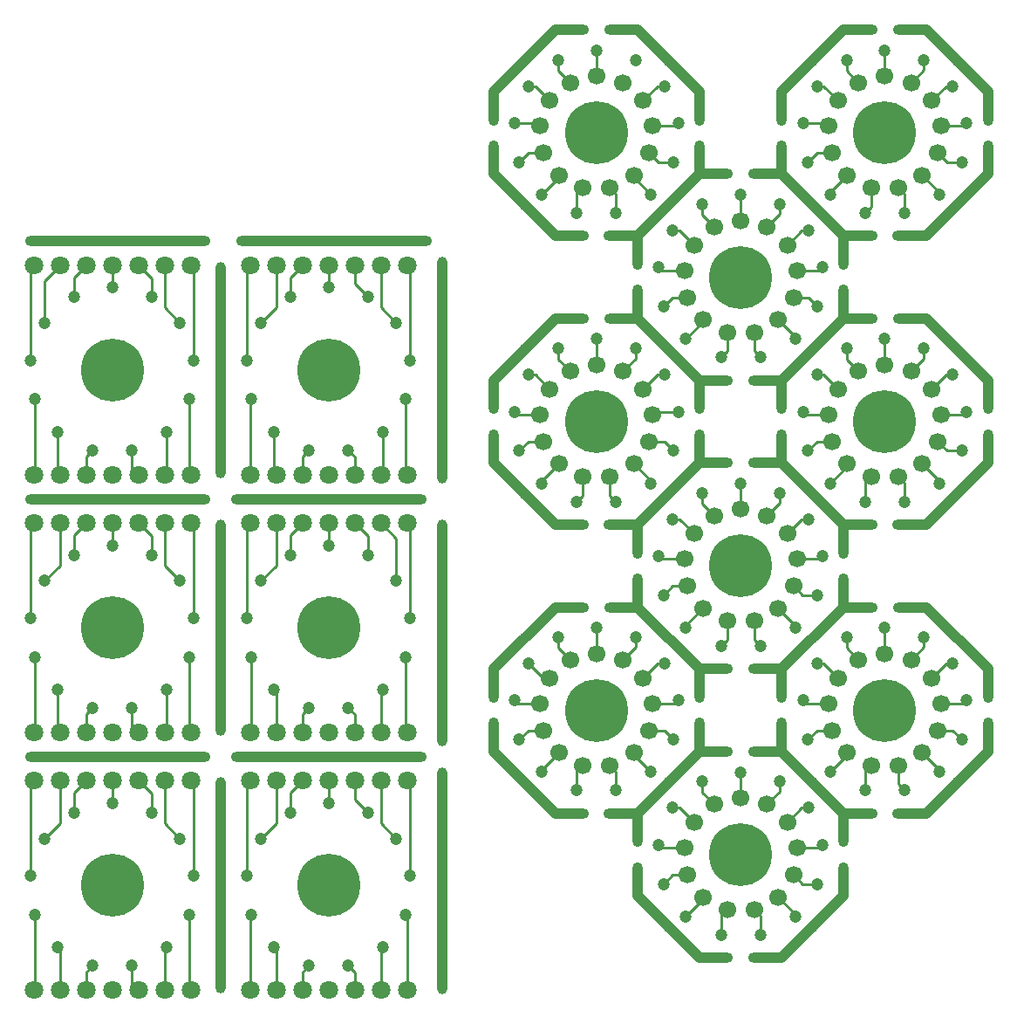
<source format=gbr>
G04 #@! TF.GenerationSoftware,KiCad,Pcbnew,(2018-01-14 revision 63e55e918)-makepkg*
G04 #@! TF.CreationDate,2018-02-22T22:40:35+00:00*
G04 #@! TF.ProjectId,Test nixie bearing,54657374206E69786965206265617269,rev?*
G04 #@! TF.SameCoordinates,Original*
G04 #@! TF.FileFunction,Copper,L1,Top,Signal*
G04 #@! TF.FilePolarity,Positive*
%FSLAX46Y46*%
G04 Gerber Fmt 4.6, Leading zero omitted, Abs format (unit mm)*
G04 Created by KiCad (PCBNEW (2018-01-14 revision 63e55e918)-makepkg) date 02/22/18 22:40:35*
%MOMM*%
%LPD*%
G01*
G04 APERTURE LIST*
%ADD10O,1.000000X22.000000*%
%ADD11C,6.100000*%
%ADD12C,1.200000*%
%ADD13C,1.800000*%
%ADD14O,1.000000X3.750000*%
%ADD15O,3.750000X1.000000*%
%ADD16C,1.000000*%
%ADD17C,1.000000*%
%ADD18O,18.000000X1.000000*%
%ADD19C,1.700000*%
%ADD20O,1.000000X21.000000*%
%ADD21O,19.000000X1.000000*%
%ADD22C,0.250000*%
G04 APERTURE END LIST*
D10*
X84000000Y-130500000D03*
D11*
X73000000Y-131000000D03*
D12*
X73000000Y-123000000D03*
X76810000Y-123916352D03*
X79583870Y-126455483D03*
X80941670Y-130035707D03*
X69282215Y-123916352D03*
X78304981Y-136988085D03*
X66416130Y-126455483D03*
X67695019Y-136988085D03*
X80480129Y-133836839D03*
X65058330Y-130035707D03*
X71085475Y-138767534D03*
X65519871Y-133836839D03*
X74914525Y-138767534D03*
D13*
X73000000Y-120840000D03*
X75540000Y-120840000D03*
X78080000Y-120840000D03*
X80620000Y-120840000D03*
X67920000Y-120840000D03*
X70460000Y-120840000D03*
X65380000Y-120840000D03*
X80620000Y-141160000D03*
X78080000Y-141160000D03*
X75540000Y-141160000D03*
X70460000Y-141160000D03*
X67920000Y-141160000D03*
X65380000Y-141160000D03*
X73000000Y-141160000D03*
D14*
X89000000Y-116600000D03*
X89000000Y-111400000D03*
X109000000Y-111400000D03*
X109000000Y-116600000D03*
D15*
X101600000Y-124000000D03*
X96400000Y-124000000D03*
X96400000Y-104000000D03*
X101650000Y-104000000D03*
D16*
X92000000Y-107000000D03*
D17*
X94999901Y-104000099D02*
X89000099Y-109999901D01*
D18*
X52500000Y-68500000D03*
D16*
X92000000Y-121000000D03*
D17*
X89000099Y-118000099D02*
X94999901Y-123999901D01*
D16*
X106000000Y-107000000D03*
D17*
X103000099Y-104000099D02*
X108999901Y-109999901D01*
D12*
X100914525Y-121767534D03*
X91519871Y-116836839D03*
X97085475Y-121767534D03*
X91058330Y-113035707D03*
X106480129Y-116836839D03*
X93695019Y-119988085D03*
X92416130Y-109455483D03*
X104304981Y-119988085D03*
X95282215Y-106916352D03*
X106941670Y-113035707D03*
X105583870Y-109455483D03*
X102810000Y-106916352D03*
X99000000Y-106000000D03*
D11*
X99000000Y-114000000D03*
D19*
X99000000Y-108500000D03*
X101560000Y-109130000D03*
X103530000Y-110870000D03*
X104460000Y-113330000D03*
X104140000Y-115940000D03*
X102640000Y-118110000D03*
X100310000Y-119340000D03*
X97680000Y-119340000D03*
X95350000Y-118110000D03*
X93860000Y-115940000D03*
X93540000Y-113330000D03*
X94470000Y-110870000D03*
X96440000Y-109130000D03*
D14*
X103000000Y-130600000D03*
X103000000Y-125400000D03*
X123000000Y-125400000D03*
X123000000Y-130600000D03*
D15*
X115600000Y-138000000D03*
X110400000Y-138000000D03*
X110400000Y-118000000D03*
X115650000Y-118000000D03*
D16*
X106000000Y-121000000D03*
D17*
X108999901Y-118000099D02*
X103000099Y-123999901D01*
D16*
X120000000Y-135000000D03*
D17*
X122999901Y-132000099D02*
X117000099Y-137999901D01*
D16*
X106000000Y-135000000D03*
D17*
X103000099Y-132000099D02*
X108999901Y-137999901D01*
D20*
X62500000Y-106000000D03*
D12*
X114914525Y-135767534D03*
X105519871Y-130836839D03*
X111085475Y-135767534D03*
X105058330Y-127035707D03*
X120480129Y-130836839D03*
X107695019Y-133988085D03*
X106416130Y-123455483D03*
X118304981Y-133988085D03*
X109282215Y-120916352D03*
X120941670Y-127035707D03*
X119583870Y-123455483D03*
X116810000Y-120916352D03*
X113000000Y-120000000D03*
D11*
X113000000Y-128000000D03*
D19*
X113000000Y-122500000D03*
X115560000Y-123130000D03*
X117530000Y-124870000D03*
X118460000Y-127330000D03*
X118140000Y-129940000D03*
X116640000Y-132110000D03*
X114310000Y-133340000D03*
X111680000Y-133340000D03*
X109350000Y-132110000D03*
X107860000Y-129940000D03*
X107540000Y-127330000D03*
X108470000Y-124870000D03*
X110440000Y-123130000D03*
D14*
X117000000Y-116600000D03*
X117000000Y-111400000D03*
X137000000Y-111400000D03*
X137000000Y-116600000D03*
D15*
X129600000Y-124000000D03*
X124400000Y-124000000D03*
X124400000Y-104000000D03*
X129650000Y-104000000D03*
D16*
X120000000Y-107000000D03*
D17*
X122999901Y-104000099D02*
X117000099Y-109999901D01*
D16*
X134000000Y-121000000D03*
D17*
X136999901Y-118000099D02*
X131000099Y-123999901D01*
D16*
X120000000Y-121000000D03*
D17*
X117000099Y-118000099D02*
X122999901Y-123999901D01*
D16*
X134000000Y-107000000D03*
D17*
X131000099Y-104000099D02*
X136999901Y-109999901D01*
D12*
X128914525Y-121767534D03*
X119519871Y-116836839D03*
X125085475Y-121767534D03*
X119058330Y-113035707D03*
X134480129Y-116836839D03*
X121695019Y-119988085D03*
X120416130Y-109455483D03*
X132304981Y-119988085D03*
X123282215Y-106916352D03*
X134941670Y-113035707D03*
X133583870Y-109455483D03*
X130810000Y-106916352D03*
X127000000Y-106000000D03*
D11*
X127000000Y-114000000D03*
D19*
X127000000Y-108500000D03*
X129560000Y-109130000D03*
X131530000Y-110870000D03*
X132460000Y-113330000D03*
X132140000Y-115940000D03*
X130640000Y-118110000D03*
X128310000Y-119340000D03*
X125680000Y-119340000D03*
X123350000Y-118110000D03*
X121860000Y-115940000D03*
X121540000Y-113330000D03*
X122470000Y-110870000D03*
X124440000Y-109130000D03*
D13*
X52000000Y-141160000D03*
X44380000Y-141160000D03*
X46920000Y-141160000D03*
X49460000Y-141160000D03*
X54540000Y-141160000D03*
X57080000Y-141160000D03*
X59620000Y-141160000D03*
X44380000Y-120840000D03*
X49460000Y-120840000D03*
X46920000Y-120840000D03*
X59620000Y-120840000D03*
X57080000Y-120840000D03*
X54540000Y-120840000D03*
X52000000Y-120840000D03*
D12*
X53914525Y-138767534D03*
X44519871Y-133836839D03*
X50085475Y-138767534D03*
X44058330Y-130035707D03*
X59480129Y-133836839D03*
X46695019Y-136988085D03*
X45416130Y-126455483D03*
X57304981Y-136988085D03*
X48282215Y-123916352D03*
X59941670Y-130035707D03*
X58583870Y-126455483D03*
X55810000Y-123916352D03*
X52000000Y-123000000D03*
D11*
X52000000Y-131000000D03*
D14*
X103000000Y-102600000D03*
X103000000Y-97400000D03*
X123000000Y-97400000D03*
X123000000Y-102600000D03*
D15*
X115600000Y-110000000D03*
X110400000Y-110000000D03*
X110400000Y-90000000D03*
X115650000Y-90000000D03*
D18*
X52500000Y-118500000D03*
X52500000Y-93500000D03*
D21*
X73000000Y-93500000D03*
X73500000Y-68500000D03*
D12*
X114914525Y-107767534D03*
X105519871Y-102836839D03*
X111085475Y-107767534D03*
X105058330Y-99035707D03*
X120480129Y-102836839D03*
X107695019Y-105988085D03*
X106416130Y-95455483D03*
X118304981Y-105988085D03*
X109282215Y-92916352D03*
X120941670Y-99035707D03*
X119583870Y-95455483D03*
X116810000Y-92916352D03*
X113000000Y-92000000D03*
D11*
X113000000Y-100000000D03*
D19*
X113000000Y-94500000D03*
X115560000Y-95130000D03*
X117530000Y-96870000D03*
X118460000Y-99330000D03*
X118140000Y-101940000D03*
X116640000Y-104110000D03*
X114310000Y-105340000D03*
X111680000Y-105340000D03*
X109350000Y-104110000D03*
X107860000Y-101940000D03*
X107540000Y-99330000D03*
X108470000Y-96870000D03*
X110440000Y-95130000D03*
D14*
X117000000Y-88600000D03*
X117000000Y-83400000D03*
X137000000Y-83400000D03*
X137000000Y-88600000D03*
D15*
X129600000Y-96000000D03*
X124400000Y-96000000D03*
X124400000Y-76000000D03*
X129650000Y-76000000D03*
D20*
X62500000Y-131000000D03*
D16*
X134000000Y-93000000D03*
D17*
X136999901Y-90000099D02*
X131000099Y-95999901D01*
D16*
X120000000Y-93000000D03*
D17*
X117000099Y-90000099D02*
X122999901Y-95999901D01*
D16*
X134000000Y-79000000D03*
D17*
X131000099Y-76000099D02*
X136999901Y-81999901D01*
D12*
X128914525Y-93767534D03*
X119519871Y-88836839D03*
X125085475Y-93767534D03*
X119058330Y-85035707D03*
X134480129Y-88836839D03*
X121695019Y-91988085D03*
X120416130Y-81455483D03*
X132304981Y-91988085D03*
X123282215Y-78916352D03*
X134941670Y-85035707D03*
X133583870Y-81455483D03*
X130810000Y-78916352D03*
X127000000Y-78000000D03*
D11*
X127000000Y-86000000D03*
D19*
X127000000Y-80500000D03*
X129560000Y-81130000D03*
X131530000Y-82870000D03*
X132460000Y-85330000D03*
X132140000Y-87940000D03*
X130640000Y-90110000D03*
X128310000Y-91340000D03*
X125680000Y-91340000D03*
X123350000Y-90110000D03*
X121860000Y-87940000D03*
X121540000Y-85330000D03*
X122470000Y-82870000D03*
X124440000Y-81130000D03*
D14*
X89000000Y-88600000D03*
X89000000Y-83400000D03*
X109000000Y-83400000D03*
X109000000Y-88600000D03*
D15*
X101600000Y-96000000D03*
X96400000Y-96000000D03*
X96400000Y-76000000D03*
X101650000Y-76000000D03*
D16*
X92000000Y-79000000D03*
D17*
X94999901Y-76000099D02*
X89000099Y-81999901D01*
D16*
X106000000Y-93000000D03*
D17*
X108999901Y-90000099D02*
X103000099Y-95999901D01*
D16*
X92000000Y-93000000D03*
D17*
X89000099Y-90000099D02*
X94999901Y-95999901D01*
D10*
X84000000Y-81000000D03*
D12*
X100914525Y-93767534D03*
X91519871Y-88836839D03*
X97085475Y-93767534D03*
X91058330Y-85035707D03*
X106480129Y-88836839D03*
X93695019Y-91988085D03*
X92416130Y-81455483D03*
X104304981Y-91988085D03*
X95282215Y-78916352D03*
X106941670Y-85035707D03*
X105583870Y-81455483D03*
X102810000Y-78916352D03*
X99000000Y-78000000D03*
D11*
X99000000Y-86000000D03*
D19*
X99000000Y-80500000D03*
X101560000Y-81130000D03*
X103530000Y-82870000D03*
X104460000Y-85330000D03*
X104140000Y-87940000D03*
X102640000Y-90110000D03*
X100310000Y-91340000D03*
X97680000Y-91340000D03*
X95350000Y-90110000D03*
X93860000Y-87940000D03*
X93540000Y-85330000D03*
X94470000Y-82870000D03*
X96440000Y-81130000D03*
D14*
X103000000Y-74600000D03*
X103000000Y-69400000D03*
X123000000Y-69400000D03*
X123000000Y-74600000D03*
D15*
X115600000Y-82000000D03*
X110400000Y-82000000D03*
X110400000Y-62000000D03*
X115650000Y-62000000D03*
D20*
X62500000Y-81000000D03*
D16*
X120000000Y-79000000D03*
D17*
X122999901Y-76000099D02*
X117000099Y-81999901D01*
D16*
X106000000Y-79000000D03*
D17*
X103000099Y-76000099D02*
X108999901Y-81999901D01*
D21*
X73000000Y-118500000D03*
D12*
X114914525Y-79767534D03*
X105519871Y-74836839D03*
X111085475Y-79767534D03*
X105058330Y-71035707D03*
X120480129Y-74836839D03*
X107695019Y-77988085D03*
X106416130Y-67455483D03*
X118304981Y-77988085D03*
X109282215Y-64916352D03*
X120941670Y-71035707D03*
X119583870Y-67455483D03*
X116810000Y-64916352D03*
X113000000Y-64000000D03*
D11*
X113000000Y-72000000D03*
D19*
X113000000Y-66500000D03*
X115560000Y-67130000D03*
X117530000Y-68870000D03*
X118460000Y-71330000D03*
X118140000Y-73940000D03*
X116640000Y-76110000D03*
X114310000Y-77340000D03*
X111680000Y-77340000D03*
X109350000Y-76110000D03*
X107860000Y-73940000D03*
X107540000Y-71330000D03*
X108470000Y-68870000D03*
X110440000Y-67130000D03*
D14*
X117000000Y-60600000D03*
X117000000Y-55400000D03*
X137000000Y-55400000D03*
X137000000Y-60600000D03*
D15*
X129600000Y-68000000D03*
X124400000Y-68000000D03*
X124400000Y-48000000D03*
X129650000Y-48000000D03*
D16*
X120000000Y-51000000D03*
D17*
X122999901Y-48000099D02*
X117000099Y-53999901D01*
D16*
X134000000Y-65000000D03*
D17*
X136999901Y-62000099D02*
X131000099Y-67999901D01*
D16*
X120000000Y-65000000D03*
D17*
X117000099Y-62000099D02*
X122999901Y-67999901D01*
D16*
X134000000Y-51000000D03*
D17*
X131000099Y-48000099D02*
X136999901Y-53999901D01*
D12*
X128914525Y-65767534D03*
X119519871Y-60836839D03*
X125085475Y-65767534D03*
X119058330Y-57035707D03*
X134480129Y-60836839D03*
X121695019Y-63988085D03*
X120416130Y-53455483D03*
X132304981Y-63988085D03*
X123282215Y-50916352D03*
X134941670Y-57035707D03*
X133583870Y-53455483D03*
X130810000Y-50916352D03*
X127000000Y-50000000D03*
D11*
X127000000Y-58000000D03*
D19*
X127000000Y-52500000D03*
X129560000Y-53130000D03*
X131530000Y-54870000D03*
X132460000Y-57330000D03*
X132140000Y-59940000D03*
X130640000Y-62110000D03*
X128310000Y-63340000D03*
X125680000Y-63340000D03*
X123350000Y-62110000D03*
X121860000Y-59940000D03*
X121540000Y-57330000D03*
X122470000Y-54870000D03*
X124440000Y-53130000D03*
D14*
X89000000Y-60600000D03*
X89000000Y-55400000D03*
X109000000Y-55400000D03*
X109000000Y-60600000D03*
D15*
X101600000Y-68000000D03*
X96400000Y-68000000D03*
X96400000Y-48000000D03*
X101650000Y-48000000D03*
D16*
X92000000Y-51000000D03*
D17*
X94999901Y-48000099D02*
X89000099Y-53999901D01*
D16*
X106000000Y-65000000D03*
D17*
X108999901Y-62000099D02*
X103000099Y-67999901D01*
D16*
X92000000Y-65000000D03*
D17*
X89000099Y-62000099D02*
X94999901Y-67999901D01*
D16*
X106000000Y-51000000D03*
D17*
X103000099Y-48000099D02*
X108999901Y-53999901D01*
D12*
X100914525Y-65767534D03*
X91519871Y-60836839D03*
X97085475Y-65767534D03*
X91058330Y-57035707D03*
X106480129Y-60836839D03*
X93695019Y-63988085D03*
X92416130Y-53455483D03*
X104304981Y-63988085D03*
X95282215Y-50916352D03*
X106941670Y-57035707D03*
X105583870Y-53455483D03*
X102810000Y-50916352D03*
X99000000Y-50000000D03*
D11*
X99000000Y-58000000D03*
D19*
X99000000Y-52500000D03*
X101560000Y-53130000D03*
X103530000Y-54870000D03*
X104460000Y-57330000D03*
X104140000Y-59940000D03*
X102640000Y-62110000D03*
X100310000Y-63340000D03*
X97680000Y-63340000D03*
X95350000Y-62110000D03*
X93860000Y-59940000D03*
X93540000Y-57330000D03*
X94470000Y-54870000D03*
X96440000Y-53130000D03*
D13*
X52000000Y-116160000D03*
X44380000Y-116160000D03*
X46920000Y-116160000D03*
X49460000Y-116160000D03*
X54540000Y-116160000D03*
X57080000Y-116160000D03*
X59620000Y-116160000D03*
X44380000Y-95840000D03*
X49460000Y-95840000D03*
X46920000Y-95840000D03*
X59620000Y-95840000D03*
X57080000Y-95840000D03*
X54540000Y-95840000D03*
X52000000Y-95840000D03*
D12*
X53914525Y-113767534D03*
X44519871Y-108836839D03*
X50085475Y-113767534D03*
X44058330Y-105035707D03*
X59480129Y-108836839D03*
X46695019Y-111988085D03*
X45416130Y-101455483D03*
X57304981Y-111988085D03*
X48282215Y-98916352D03*
X59941670Y-105035707D03*
X58583870Y-101455483D03*
X55810000Y-98916352D03*
X52000000Y-98000000D03*
D11*
X52000000Y-106000000D03*
D13*
X73000000Y-116160000D03*
X65380000Y-116160000D03*
X67920000Y-116160000D03*
X70460000Y-116160000D03*
X75540000Y-116160000D03*
X78080000Y-116160000D03*
X80620000Y-116160000D03*
X65380000Y-95840000D03*
X70460000Y-95840000D03*
X67920000Y-95840000D03*
X80620000Y-95840000D03*
X78080000Y-95840000D03*
X75540000Y-95840000D03*
X73000000Y-95840000D03*
D12*
X74914525Y-113767534D03*
X65519871Y-108836839D03*
X71085475Y-113767534D03*
X65058330Y-105035707D03*
X80480129Y-108836839D03*
X67695019Y-111988085D03*
X66416130Y-101455483D03*
X78304981Y-111988085D03*
X69282215Y-98916352D03*
X80941670Y-105035707D03*
X79583870Y-101455483D03*
X76810000Y-98916352D03*
X73000000Y-98000000D03*
D11*
X73000000Y-106000000D03*
D13*
X52000000Y-91160000D03*
X44380000Y-91160000D03*
X46920000Y-91160000D03*
X49460000Y-91160000D03*
X54540000Y-91160000D03*
X57080000Y-91160000D03*
X59620000Y-91160000D03*
X44380000Y-70840000D03*
X49460000Y-70840000D03*
X46920000Y-70840000D03*
X59620000Y-70840000D03*
X57080000Y-70840000D03*
X54540000Y-70840000D03*
X52000000Y-70840000D03*
D12*
X53914525Y-88767534D03*
X44519871Y-83836839D03*
X50085475Y-88767534D03*
X44058330Y-80035707D03*
X59480129Y-83836839D03*
X46695019Y-86988085D03*
X45416130Y-76455483D03*
X57304981Y-86988085D03*
X48282215Y-73916352D03*
X59941670Y-80035707D03*
X58583870Y-76455483D03*
X55810000Y-73916352D03*
X52000000Y-73000000D03*
D11*
X52000000Y-81000000D03*
D13*
X73000000Y-91160000D03*
X65380000Y-91160000D03*
X67920000Y-91160000D03*
X70460000Y-91160000D03*
X75540000Y-91160000D03*
X78080000Y-91160000D03*
X80620000Y-91160000D03*
X65380000Y-70840000D03*
X70460000Y-70840000D03*
X67920000Y-70840000D03*
X80620000Y-70840000D03*
X78080000Y-70840000D03*
X75540000Y-70840000D03*
X73000000Y-70840000D03*
D12*
X74914525Y-88767534D03*
X65519871Y-83836839D03*
X71085475Y-88767534D03*
X65058330Y-80035707D03*
X80480129Y-83836839D03*
X67695019Y-86988085D03*
X66416130Y-76455483D03*
X78304981Y-86988085D03*
X69282215Y-73916352D03*
X80941670Y-80035707D03*
X79583870Y-76455483D03*
X76810000Y-73916352D03*
X73000000Y-73000000D03*
D11*
X73000000Y-81000000D03*
D10*
X84000000Y-106500000D03*
D22*
X103530000Y-54870000D02*
X104944517Y-53455483D01*
X104944517Y-53455483D02*
X105583870Y-53455483D01*
X104460000Y-57330000D02*
X106647377Y-57330000D01*
X106647377Y-57330000D02*
X106941670Y-57035707D01*
X106480129Y-60836839D02*
X105036839Y-60836839D01*
X105036839Y-60836839D02*
X104140000Y-59940000D01*
X104304981Y-63988085D02*
X102640000Y-62323104D01*
X102640000Y-62323104D02*
X102640000Y-62110000D01*
X100914525Y-65767534D02*
X100914525Y-63944525D01*
X100914525Y-63944525D02*
X100310000Y-63340000D01*
X97085475Y-65767534D02*
X97085475Y-63934525D01*
X97085475Y-63934525D02*
X97680000Y-63340000D01*
X93695019Y-63988085D02*
X95350000Y-62333104D01*
X95350000Y-62333104D02*
X95350000Y-62110000D01*
X93860000Y-59940000D02*
X92416710Y-59940000D01*
X92416710Y-59940000D02*
X91519871Y-60836839D01*
X91058330Y-57035707D02*
X93245707Y-57035707D01*
X93245707Y-57035707D02*
X93540000Y-57330000D01*
X94470000Y-54870000D02*
X93055483Y-53455483D01*
X93055483Y-53455483D02*
X92416130Y-53455483D01*
X96440000Y-53130000D02*
X95282215Y-51972215D01*
X95282215Y-51972215D02*
X95282215Y-50916352D01*
X99000000Y-52500000D02*
X99000000Y-50000000D01*
X128914525Y-65767534D02*
X128914525Y-63944525D01*
X128914525Y-63944525D02*
X128310000Y-63340000D01*
X130640000Y-62110000D02*
X132304981Y-63774981D01*
X132304981Y-63774981D02*
X132304981Y-63988085D01*
X132140000Y-59940000D02*
X133036839Y-60836839D01*
X133036839Y-60836839D02*
X134480129Y-60836839D01*
X132460000Y-57330000D02*
X134647377Y-57330000D01*
X134647377Y-57330000D02*
X134941670Y-57035707D01*
X131530000Y-54870000D02*
X132944517Y-53455483D01*
X132944517Y-53455483D02*
X133583870Y-53455483D01*
X129560000Y-53130000D02*
X130810000Y-51880000D01*
X130810000Y-51880000D02*
X130810000Y-50916352D01*
X124440000Y-53130000D02*
X123282215Y-51972215D01*
X123282215Y-51972215D02*
X123282215Y-50916352D01*
X122470000Y-54870000D02*
X121055483Y-53455483D01*
X121055483Y-53455483D02*
X120416130Y-53455483D01*
X119058330Y-57035707D02*
X121245707Y-57035707D01*
X121245707Y-57035707D02*
X121540000Y-57330000D01*
X121860000Y-59940000D02*
X120416710Y-59940000D01*
X120416710Y-59940000D02*
X119519871Y-60836839D01*
X123350000Y-62110000D02*
X121695019Y-63764981D01*
X121695019Y-63764981D02*
X121695019Y-63988085D01*
X125680000Y-63340000D02*
X125680000Y-65173009D01*
X125680000Y-65173009D02*
X125085475Y-65767534D01*
X127000000Y-52500000D02*
X127000000Y-51297919D01*
X127000000Y-51297919D02*
X127000000Y-50000000D01*
X114310000Y-77340000D02*
X114310000Y-79163009D01*
X114310000Y-79163009D02*
X114914525Y-79767534D01*
X116640000Y-76110000D02*
X118304981Y-77774981D01*
X118304981Y-77774981D02*
X118304981Y-77988085D01*
X120480129Y-74836839D02*
X119583290Y-73940000D01*
X119583290Y-73940000D02*
X118140000Y-73940000D01*
X118460000Y-71330000D02*
X120647377Y-71330000D01*
X120647377Y-71330000D02*
X120941670Y-71035707D01*
X117530000Y-68870000D02*
X118944517Y-67455483D01*
X118944517Y-67455483D02*
X119583870Y-67455483D01*
X115560000Y-67130000D02*
X116810000Y-65880000D01*
X116810000Y-65880000D02*
X116810000Y-64916352D01*
X113000000Y-66500000D02*
X113000000Y-64000000D01*
X110440000Y-67130000D02*
X109282215Y-65972215D01*
X109282215Y-65972215D02*
X109282215Y-64916352D01*
X108470000Y-68870000D02*
X107055483Y-67455483D01*
X107055483Y-67455483D02*
X106416130Y-67455483D01*
X107540000Y-71330000D02*
X105352623Y-71330000D01*
X105352623Y-71330000D02*
X105058330Y-71035707D01*
X107860000Y-73940000D02*
X106416710Y-73940000D01*
X106416710Y-73940000D02*
X105519871Y-74836839D01*
X107695019Y-77988085D02*
X109350000Y-76333104D01*
X109350000Y-76333104D02*
X109350000Y-76110000D01*
X111680000Y-77340000D02*
X111680000Y-79173009D01*
X111680000Y-79173009D02*
X111085475Y-79767534D01*
X101560000Y-81130000D02*
X102810000Y-79880000D01*
X102810000Y-79880000D02*
X102810000Y-78916352D01*
X103530000Y-82870000D02*
X104944517Y-81455483D01*
X104944517Y-81455483D02*
X105583870Y-81455483D01*
X106941670Y-85035707D02*
X104754293Y-85035707D01*
X104754293Y-85035707D02*
X104460000Y-85330000D01*
X104140000Y-87940000D02*
X105583290Y-87940000D01*
X105583290Y-87940000D02*
X106480129Y-88836839D01*
X102640000Y-90110000D02*
X104304981Y-91774981D01*
X104304981Y-91774981D02*
X104304981Y-91988085D01*
X100310000Y-91340000D02*
X100310000Y-93163009D01*
X100310000Y-93163009D02*
X100914525Y-93767534D01*
X97680000Y-91340000D02*
X97680000Y-93173009D01*
X97680000Y-93173009D02*
X97085475Y-93767534D01*
X95350000Y-90110000D02*
X93695019Y-91764981D01*
X93695019Y-91764981D02*
X93695019Y-91988085D01*
X93860000Y-87940000D02*
X92416710Y-87940000D01*
X92416710Y-87940000D02*
X91519871Y-88836839D01*
X93540000Y-85330000D02*
X91352623Y-85330000D01*
X91352623Y-85330000D02*
X91058330Y-85035707D01*
X94470000Y-82870000D02*
X93055483Y-81455483D01*
X93055483Y-81455483D02*
X92416130Y-81455483D01*
X96440000Y-81130000D02*
X95282215Y-79972215D01*
X95282215Y-79972215D02*
X95282215Y-78916352D01*
X99000000Y-80500000D02*
X99000000Y-78000000D01*
X119519871Y-88836839D02*
X120416710Y-87940000D01*
X120416710Y-87940000D02*
X121860000Y-87940000D01*
X121540000Y-85330000D02*
X119352623Y-85330000D01*
X119352623Y-85330000D02*
X119058330Y-85035707D01*
X122470000Y-82870000D02*
X121055483Y-81455483D01*
X121055483Y-81455483D02*
X120416130Y-81455483D01*
X124440000Y-81130000D02*
X123282215Y-79972215D01*
X123282215Y-79972215D02*
X123282215Y-78916352D01*
X127000000Y-80500000D02*
X127000000Y-79297919D01*
X127000000Y-79297919D02*
X127000000Y-78000000D01*
X130810000Y-78916352D02*
X130810000Y-79880000D01*
X130810000Y-79880000D02*
X129560000Y-81130000D01*
X131530000Y-82870000D02*
X132944517Y-81455483D01*
X132944517Y-81455483D02*
X133583870Y-81455483D01*
X132460000Y-85330000D02*
X134647377Y-85330000D01*
X134647377Y-85330000D02*
X134941670Y-85035707D01*
X132140000Y-87940000D02*
X133036839Y-88836839D01*
X133036839Y-88836839D02*
X134480129Y-88836839D01*
X130640000Y-90110000D02*
X132304981Y-91774981D01*
X132304981Y-91774981D02*
X132304981Y-91988085D01*
X121695019Y-91988085D02*
X123350000Y-90333104D01*
X123350000Y-90333104D02*
X123350000Y-90110000D01*
X125085475Y-93767534D02*
X125085475Y-91934525D01*
X125085475Y-91934525D02*
X125680000Y-91340000D01*
X128914525Y-93767534D02*
X128914525Y-91944525D01*
X128914525Y-91944525D02*
X128310000Y-91340000D01*
X117530000Y-96870000D02*
X118944517Y-95455483D01*
X118944517Y-95455483D02*
X119583870Y-95455483D01*
X115560000Y-95130000D02*
X116810000Y-93880000D01*
X116810000Y-93880000D02*
X116810000Y-92916352D01*
X113000000Y-94500000D02*
X113000000Y-92000000D01*
X110440000Y-95130000D02*
X109282215Y-93972215D01*
X109282215Y-93972215D02*
X109282215Y-92916352D01*
X108470000Y-96870000D02*
X107055483Y-95455483D01*
X107055483Y-95455483D02*
X106416130Y-95455483D01*
X107540000Y-99330000D02*
X105352623Y-99330000D01*
X105352623Y-99330000D02*
X105058330Y-99035707D01*
X107860000Y-101940000D02*
X106416710Y-101940000D01*
X106416710Y-101940000D02*
X105519871Y-102836839D01*
X109350000Y-104110000D02*
X107695019Y-105764981D01*
X107695019Y-105764981D02*
X107695019Y-105988085D01*
X118460000Y-99330000D02*
X120647377Y-99330000D01*
X120647377Y-99330000D02*
X120941670Y-99035707D01*
X118140000Y-101940000D02*
X119036839Y-102836839D01*
X119036839Y-102836839D02*
X120480129Y-102836839D01*
X116640000Y-104110000D02*
X118304981Y-105774981D01*
X118304981Y-105774981D02*
X118304981Y-105988085D01*
X114310000Y-105340000D02*
X114310000Y-107163009D01*
X114310000Y-107163009D02*
X114914525Y-107767534D01*
X111680000Y-105340000D02*
X111680000Y-107173009D01*
X111680000Y-107173009D02*
X111085475Y-107767534D01*
X125085475Y-121767534D02*
X125085475Y-119934525D01*
X125085475Y-119934525D02*
X125680000Y-119340000D01*
X128310000Y-119340000D02*
X128310000Y-121163009D01*
X128310000Y-121163009D02*
X128914525Y-121767534D01*
X130640000Y-118110000D02*
X132304981Y-119774981D01*
X132304981Y-119774981D02*
X132304981Y-119988085D01*
X132140000Y-115940000D02*
X133583290Y-115940000D01*
X133583290Y-115940000D02*
X134480129Y-116836839D01*
X132460000Y-113330000D02*
X134647377Y-113330000D01*
X134647377Y-113330000D02*
X134941670Y-113035707D01*
X131530000Y-110870000D02*
X132944517Y-109455483D01*
X132944517Y-109455483D02*
X133583870Y-109455483D01*
X129560000Y-109130000D02*
X130810000Y-107880000D01*
X130810000Y-107880000D02*
X130810000Y-106916352D01*
X127000000Y-108500000D02*
X127000000Y-106000000D01*
X124440000Y-109130000D02*
X123282215Y-107972215D01*
X123282215Y-107972215D02*
X123282215Y-106916352D01*
X122470000Y-110870000D02*
X121055483Y-109455483D01*
X121055483Y-109455483D02*
X120416130Y-109455483D01*
X121540000Y-113330000D02*
X119352623Y-113330000D01*
X119352623Y-113330000D02*
X119058330Y-113035707D01*
X119519871Y-116836839D02*
X120416710Y-115940000D01*
X120416710Y-115940000D02*
X121860000Y-115940000D01*
X121695019Y-119988085D02*
X123350000Y-118333104D01*
X123350000Y-118333104D02*
X123350000Y-118110000D01*
X111085475Y-135767534D02*
X111085475Y-133934525D01*
X111085475Y-133934525D02*
X111680000Y-133340000D01*
X114914525Y-135767534D02*
X114914525Y-133944525D01*
X114914525Y-133944525D02*
X114310000Y-133340000D01*
X116640000Y-132110000D02*
X118304981Y-133774981D01*
X118304981Y-133774981D02*
X118304981Y-133988085D01*
X120480129Y-130836839D02*
X119036839Y-130836839D01*
X119036839Y-130836839D02*
X118140000Y-129940000D01*
X118460000Y-127330000D02*
X120647377Y-127330000D01*
X120647377Y-127330000D02*
X120941670Y-127035707D01*
X117530000Y-124870000D02*
X118944517Y-123455483D01*
X118944517Y-123455483D02*
X119583870Y-123455483D01*
X115560000Y-123130000D02*
X116810000Y-121880000D01*
X116810000Y-121880000D02*
X116810000Y-120916352D01*
X113000000Y-122500000D02*
X113000000Y-120000000D01*
X110440000Y-123130000D02*
X109282215Y-121972215D01*
X109282215Y-121972215D02*
X109282215Y-120916352D01*
X108470000Y-124870000D02*
X107055483Y-123455483D01*
X107055483Y-123455483D02*
X106416130Y-123455483D01*
X107540000Y-127330000D02*
X105352623Y-127330000D01*
X105352623Y-127330000D02*
X105058330Y-127035707D01*
X107860000Y-129940000D02*
X106416710Y-129940000D01*
X106416710Y-129940000D02*
X105519871Y-130836839D01*
X107695019Y-133988085D02*
X109350000Y-132333104D01*
X109350000Y-132333104D02*
X109350000Y-132110000D01*
X97085475Y-121767534D02*
X97085475Y-119934525D01*
X97085475Y-119934525D02*
X97680000Y-119340000D01*
X93500000Y-119960000D02*
X93666934Y-119960000D01*
X93666934Y-119960000D02*
X93695019Y-119988085D01*
X95350000Y-118110000D02*
X93500000Y-119960000D01*
X91519871Y-116836839D02*
X92416710Y-115940000D01*
X92416710Y-115940000D02*
X93860000Y-115940000D01*
X93540000Y-113330000D02*
X91352623Y-113330000D01*
X91352623Y-113330000D02*
X91058330Y-113035707D01*
X92416130Y-109455483D02*
X93830647Y-110870000D01*
X93830647Y-110870000D02*
X94470000Y-110870000D01*
X96440000Y-109130000D02*
X95282215Y-107972215D01*
X95282215Y-107972215D02*
X95282215Y-106916352D01*
X99000000Y-108500000D02*
X99000000Y-106000000D01*
X101560000Y-109130000D02*
X102810000Y-107880000D01*
X102810000Y-107880000D02*
X102810000Y-106916352D01*
X103530000Y-110870000D02*
X104944517Y-109455483D01*
X104944517Y-109455483D02*
X105583870Y-109455483D01*
X104460000Y-113330000D02*
X106647377Y-113330000D01*
X106647377Y-113330000D02*
X106941670Y-113035707D01*
X106480129Y-116836839D02*
X105583290Y-115940000D01*
X105583290Y-115940000D02*
X104140000Y-115940000D01*
X104304981Y-119988085D02*
X102640000Y-118323104D01*
X102640000Y-118323104D02*
X102640000Y-118110000D01*
X100914525Y-121767534D02*
X100914525Y-119944525D01*
X100914525Y-119944525D02*
X100310000Y-119340000D01*
X73000000Y-98000000D02*
X73000000Y-95840000D01*
X69282215Y-98916352D02*
X69282215Y-97017785D01*
X69282215Y-97017785D02*
X70460000Y-95840000D01*
X66416130Y-101455483D02*
X67920000Y-99951613D01*
X67920000Y-99951613D02*
X67920000Y-95840000D01*
X76810000Y-98916352D02*
X76810000Y-97110000D01*
X76810000Y-97110000D02*
X75540000Y-95840000D01*
X79583870Y-101455483D02*
X79583870Y-97343870D01*
X79583870Y-97343870D02*
X78080000Y-95840000D01*
X80941670Y-105035707D02*
X80941670Y-96161670D01*
X80941670Y-96161670D02*
X80620000Y-95840000D01*
X65058330Y-105035707D02*
X65058330Y-96161670D01*
X65058330Y-96161670D02*
X65380000Y-95840000D01*
X80480129Y-108836839D02*
X80480129Y-116020129D01*
X80480129Y-116020129D02*
X80620000Y-116160000D01*
X78080000Y-116160000D02*
X78080000Y-112213066D01*
X78080000Y-112213066D02*
X78304981Y-111988085D01*
X75540000Y-116160000D02*
X75540000Y-114393009D01*
X75540000Y-114393009D02*
X74914525Y-113767534D01*
X65519871Y-108836839D02*
X65519871Y-116020129D01*
X65519871Y-116020129D02*
X65380000Y-116160000D01*
X67920000Y-116160000D02*
X67920000Y-112213066D01*
X67920000Y-112213066D02*
X67695019Y-111988085D01*
X70460000Y-116160000D02*
X70460000Y-114393009D01*
X70460000Y-114393009D02*
X71085475Y-113767534D01*
X80941670Y-130035707D02*
X80941670Y-121161670D01*
X80941670Y-121161670D02*
X80620000Y-120840000D01*
X78080000Y-120840000D02*
X78080000Y-124951613D01*
X78080000Y-124951613D02*
X79583870Y-126455483D01*
X75540000Y-120840000D02*
X75540000Y-122646352D01*
X75540000Y-122646352D02*
X76810000Y-123916352D01*
X73000000Y-120840000D02*
X73000000Y-123000000D01*
X69282215Y-123916352D02*
X69282215Y-122017785D01*
X69282215Y-122017785D02*
X70460000Y-120840000D01*
X66416130Y-126455483D02*
X67920000Y-124951613D01*
X67920000Y-124951613D02*
X67920000Y-120840000D01*
X65058330Y-130035707D02*
X65058330Y-121161670D01*
X65058330Y-121161670D02*
X65380000Y-120840000D01*
X80620000Y-141160000D02*
X80620000Y-133976710D01*
X80620000Y-133976710D02*
X80480129Y-133836839D01*
X78080000Y-141160000D02*
X78080000Y-137213066D01*
X78080000Y-137213066D02*
X78304981Y-136988085D01*
X75540000Y-141160000D02*
X75540000Y-139393009D01*
X75540000Y-139393009D02*
X74914525Y-138767534D01*
X70460000Y-141160000D02*
X70460000Y-139393009D01*
X70460000Y-139393009D02*
X71085475Y-138767534D01*
X67920000Y-141160000D02*
X67920000Y-137213066D01*
X67920000Y-137213066D02*
X67695019Y-136988085D01*
X65380000Y-141160000D02*
X65380000Y-133976710D01*
X65380000Y-133976710D02*
X65519871Y-133836839D01*
X59480129Y-133836839D02*
X59480129Y-141020129D01*
X59480129Y-141020129D02*
X59620000Y-141160000D01*
X57080000Y-141160000D02*
X57080000Y-137213066D01*
X57080000Y-137213066D02*
X57304981Y-136988085D01*
X53914525Y-138767534D02*
X53914525Y-140534525D01*
X53914525Y-140534525D02*
X54540000Y-141160000D01*
X44519871Y-133836839D02*
X44519871Y-141020129D01*
X44519871Y-141020129D02*
X44380000Y-141160000D01*
X46920000Y-141160000D02*
X46920000Y-137213066D01*
X46920000Y-137213066D02*
X46695019Y-136988085D01*
X49460000Y-141160000D02*
X49460000Y-139393009D01*
X49460000Y-139393009D02*
X50085475Y-138767534D01*
X59941670Y-130035707D02*
X59941670Y-121161670D01*
X59941670Y-121161670D02*
X59620000Y-120840000D01*
X57080000Y-120840000D02*
X57080000Y-124951613D01*
X57080000Y-124951613D02*
X58583870Y-126455483D01*
X55810000Y-123916352D02*
X55810000Y-122110000D01*
X55810000Y-122110000D02*
X54540000Y-120840000D01*
X44058330Y-130035707D02*
X44058330Y-121161670D01*
X44058330Y-121161670D02*
X44380000Y-120840000D01*
X44519871Y-108836839D02*
X44519871Y-116020129D01*
X44519871Y-116020129D02*
X44380000Y-116160000D01*
X46695019Y-111988085D02*
X46695019Y-115935019D01*
X46695019Y-115935019D02*
X46920000Y-116160000D01*
X50085475Y-113767534D02*
X49460000Y-114393009D01*
X49460000Y-114393009D02*
X49460000Y-116160000D01*
X53914525Y-113767534D02*
X53914525Y-115534525D01*
X53914525Y-115534525D02*
X54540000Y-116160000D01*
X57304981Y-111988085D02*
X57304981Y-115935019D01*
X57304981Y-115935019D02*
X57080000Y-116160000D01*
X59480129Y-108836839D02*
X59480129Y-116020129D01*
X59480129Y-116020129D02*
X59620000Y-116160000D01*
X44058330Y-105035707D02*
X44058330Y-96161670D01*
X44058330Y-96161670D02*
X44380000Y-95840000D01*
X59941670Y-105035707D02*
X59941670Y-96161670D01*
X59941670Y-96161670D02*
X59620000Y-95840000D01*
X57080000Y-95840000D02*
X57080000Y-99951613D01*
X57080000Y-99951613D02*
X58583870Y-101455483D01*
X55810000Y-98916352D02*
X55810000Y-97110000D01*
X55810000Y-97110000D02*
X54540000Y-95840000D01*
X52000000Y-95840000D02*
X52000000Y-98000000D01*
X48282215Y-98916352D02*
X48282215Y-97017785D01*
X48282215Y-97017785D02*
X49460000Y-95840000D01*
X45416130Y-101455483D02*
X46920000Y-99951613D01*
X46920000Y-99951613D02*
X46920000Y-95840000D01*
X46695019Y-86988085D02*
X46695019Y-90935019D01*
X46695019Y-90935019D02*
X46920000Y-91160000D01*
X44519871Y-83836839D02*
X44519871Y-91020129D01*
X44519871Y-91020129D02*
X44380000Y-91160000D01*
X50085475Y-88767534D02*
X49460000Y-89393009D01*
X49460000Y-89393009D02*
X49460000Y-91160000D01*
X53914525Y-88767534D02*
X53914525Y-90534525D01*
X53914525Y-90534525D02*
X54540000Y-91160000D01*
X57304981Y-86988085D02*
X57304981Y-90935019D01*
X57304981Y-90935019D02*
X57080000Y-91160000D01*
X59480129Y-83836839D02*
X59480129Y-91020129D01*
X59480129Y-91020129D02*
X59620000Y-91160000D01*
X65380000Y-91160000D02*
X65380000Y-83976710D01*
X65380000Y-83976710D02*
X65519871Y-83836839D01*
X67695019Y-86988085D02*
X67695019Y-90935019D01*
X67695019Y-90935019D02*
X67920000Y-91160000D01*
X71085475Y-88767534D02*
X70460000Y-89393009D01*
X70460000Y-89393009D02*
X70460000Y-91160000D01*
X74914525Y-88767534D02*
X75540000Y-89393009D01*
X75540000Y-89393009D02*
X75540000Y-91160000D01*
X78304981Y-86988085D02*
X78304981Y-90935019D01*
X78304981Y-90935019D02*
X78080000Y-91160000D01*
X80480129Y-83836839D02*
X80480129Y-91020129D01*
X80480129Y-91020129D02*
X80620000Y-91160000D01*
X80941670Y-80035707D02*
X80941670Y-71161670D01*
X80941670Y-71161670D02*
X80620000Y-70840000D01*
X78080000Y-70840000D02*
X78080000Y-74951613D01*
X78080000Y-74951613D02*
X79583870Y-76455483D01*
X75540000Y-70840000D02*
X75540000Y-72646352D01*
X75540000Y-72646352D02*
X76810000Y-73916352D01*
X73000000Y-73000000D02*
X73000000Y-70840000D01*
X69282215Y-73916352D02*
X69282215Y-72017785D01*
X69282215Y-72017785D02*
X70460000Y-70840000D01*
X66416130Y-76455483D02*
X67920000Y-74951613D01*
X67920000Y-74951613D02*
X67920000Y-70840000D01*
X65058330Y-80035707D02*
X65058330Y-71161670D01*
X65058330Y-71161670D02*
X65380000Y-70840000D01*
X59941670Y-80035707D02*
X59941670Y-71161670D01*
X59941670Y-71161670D02*
X59620000Y-70840000D01*
X57080000Y-70840000D02*
X57080000Y-74951613D01*
X57080000Y-74951613D02*
X58583870Y-76455483D01*
X55810000Y-73916352D02*
X55810000Y-72110000D01*
X55810000Y-72110000D02*
X54540000Y-70840000D01*
X44058330Y-80035707D02*
X44058330Y-71161670D01*
X44058330Y-71161670D02*
X44380000Y-70840000D01*
X46920000Y-70840000D02*
X45416130Y-72343870D01*
X45416130Y-72343870D02*
X45416130Y-76455483D01*
X48282215Y-73916352D02*
X48282215Y-72017785D01*
X48282215Y-72017785D02*
X49460000Y-70840000D01*
X52000000Y-73000000D02*
X52000000Y-70840000D01*
X46920000Y-120840000D02*
X46920000Y-124951613D01*
X46920000Y-124951613D02*
X45416130Y-126455483D01*
X48282215Y-123916352D02*
X48282215Y-122017785D01*
X48282215Y-122017785D02*
X49460000Y-120840000D01*
X52000000Y-123000000D02*
X52000000Y-120840000D01*
M02*

</source>
